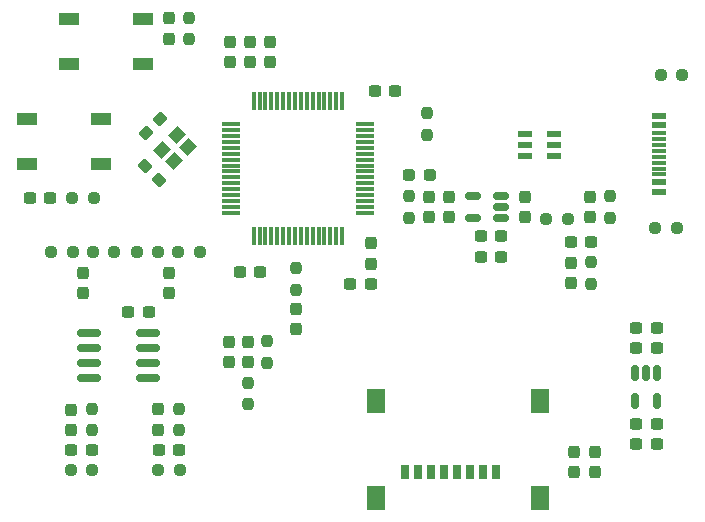
<source format=gbr>
%TF.GenerationSoftware,KiCad,Pcbnew,(7.0.0)*%
%TF.CreationDate,2023-05-08T13:38:34+02:00*%
%TF.ProjectId,Apollo - DSP,41706f6c-6c6f-4202-9d20-4453502e6b69,rev?*%
%TF.SameCoordinates,Original*%
%TF.FileFunction,Paste,Top*%
%TF.FilePolarity,Positive*%
%FSLAX46Y46*%
G04 Gerber Fmt 4.6, Leading zero omitted, Abs format (unit mm)*
G04 Created by KiCad (PCBNEW (7.0.0)) date 2023-05-08 13:38:34*
%MOMM*%
%LPD*%
G01*
G04 APERTURE LIST*
G04 Aperture macros list*
%AMRoundRect*
0 Rectangle with rounded corners*
0 $1 Rounding radius*
0 $2 $3 $4 $5 $6 $7 $8 $9 X,Y pos of 4 corners*
0 Add a 4 corners polygon primitive as box body*
4,1,4,$2,$3,$4,$5,$6,$7,$8,$9,$2,$3,0*
0 Add four circle primitives for the rounded corners*
1,1,$1+$1,$2,$3*
1,1,$1+$1,$4,$5*
1,1,$1+$1,$6,$7*
1,1,$1+$1,$8,$9*
0 Add four rect primitives between the rounded corners*
20,1,$1+$1,$2,$3,$4,$5,0*
20,1,$1+$1,$4,$5,$6,$7,0*
20,1,$1+$1,$6,$7,$8,$9,0*
20,1,$1+$1,$8,$9,$2,$3,0*%
%AMRotRect*
0 Rectangle, with rotation*
0 The origin of the aperture is its center*
0 $1 length*
0 $2 width*
0 $3 Rotation angle, in degrees counterclockwise*
0 Add horizontal line*
21,1,$1,$2,0,0,$3*%
G04 Aperture macros list end*
%ADD10RoundRect,0.237500X0.237500X-0.300000X0.237500X0.300000X-0.237500X0.300000X-0.237500X-0.300000X0*%
%ADD11RoundRect,0.150000X0.512500X0.150000X-0.512500X0.150000X-0.512500X-0.150000X0.512500X-0.150000X0*%
%ADD12RoundRect,0.150000X-0.150000X0.512500X-0.150000X-0.512500X0.150000X-0.512500X0.150000X0.512500X0*%
%ADD13RoundRect,0.237500X0.380070X-0.044194X-0.044194X0.380070X-0.380070X0.044194X0.044194X-0.380070X0*%
%ADD14RoundRect,0.237500X-0.237500X0.250000X-0.237500X-0.250000X0.237500X-0.250000X0.237500X0.250000X0*%
%ADD15RoundRect,0.237500X0.300000X0.237500X-0.300000X0.237500X-0.300000X-0.237500X0.300000X-0.237500X0*%
%ADD16RoundRect,0.237500X-0.250000X-0.237500X0.250000X-0.237500X0.250000X0.237500X-0.250000X0.237500X0*%
%ADD17R,0.800000X1.200000*%
%ADD18R,1.500000X2.000000*%
%ADD19RoundRect,0.237500X0.250000X0.237500X-0.250000X0.237500X-0.250000X-0.237500X0.250000X-0.237500X0*%
%ADD20RoundRect,0.075000X-0.700000X-0.075000X0.700000X-0.075000X0.700000X0.075000X-0.700000X0.075000X0*%
%ADD21RoundRect,0.075000X-0.075000X-0.700000X0.075000X-0.700000X0.075000X0.700000X-0.075000X0.700000X0*%
%ADD22R,1.700000X1.000000*%
%ADD23RoundRect,0.237500X0.044194X0.380070X-0.380070X-0.044194X-0.044194X-0.380070X0.380070X0.044194X0*%
%ADD24RoundRect,0.237500X-0.237500X0.300000X-0.237500X-0.300000X0.237500X-0.300000X0.237500X0.300000X0*%
%ADD25R,1.160000X0.600000*%
%ADD26R,1.160000X0.300000*%
%ADD27RoundRect,0.237500X0.237500X-0.250000X0.237500X0.250000X-0.237500X0.250000X-0.237500X-0.250000X0*%
%ADD28RoundRect,0.041300X0.563700X0.253700X-0.563700X0.253700X-0.563700X-0.253700X0.563700X-0.253700X0*%
%ADD29RotRect,1.150000X1.000000X225.000000*%
%ADD30RoundRect,0.150000X-0.825000X-0.150000X0.825000X-0.150000X0.825000X0.150000X-0.825000X0.150000X0*%
%ADD31RoundRect,0.237500X-0.300000X-0.237500X0.300000X-0.237500X0.300000X0.237500X-0.300000X0.237500X0*%
%ADD32RoundRect,0.237500X0.287500X0.237500X-0.287500X0.237500X-0.287500X-0.237500X0.287500X-0.237500X0*%
%ADD33RoundRect,0.237500X0.237500X-0.287500X0.237500X0.287500X-0.237500X0.287500X-0.237500X-0.287500X0*%
G04 APERTURE END LIST*
D10*
%TO.C,C2*%
X134500000Y-82050000D03*
X134500000Y-80325000D03*
%TD*%
D11*
%TO.C,U1*%
X132525000Y-82150000D03*
X132525000Y-81200000D03*
X132525000Y-80250000D03*
X130125000Y-80250000D03*
X130125000Y-82150000D03*
%TD*%
D10*
%TO.C,C9*%
X138431250Y-87662500D03*
X138431250Y-85937500D03*
%TD*%
%TO.C,C1*%
X140000000Y-82062500D03*
X140000000Y-80337500D03*
%TD*%
%TO.C,C26*%
X103470000Y-100067500D03*
X103470000Y-98342500D03*
%TD*%
D12*
%TO.C,U3*%
X145700000Y-95243750D03*
X144750000Y-95243750D03*
X143800000Y-95243750D03*
X143800000Y-97643750D03*
X145700000Y-97643750D03*
%TD*%
D13*
%TO.C,C21*%
X103533624Y-78946187D03*
X102313864Y-77726427D03*
%TD*%
D10*
%TO.C,C22*%
X138700000Y-103662500D03*
X138700000Y-101937500D03*
%TD*%
D14*
%TO.C,F1*%
X141750000Y-80287500D03*
X141750000Y-82112500D03*
%TD*%
D15*
%TO.C,C28*%
X97832500Y-101817500D03*
X96107500Y-101817500D03*
%TD*%
D10*
%TO.C,C23*%
X109500000Y-94350000D03*
X109500000Y-92625000D03*
%TD*%
D16*
%TO.C,R11*%
X96057500Y-103517500D03*
X97882500Y-103517500D03*
%TD*%
D17*
%TO.C,J3*%
X132074999Y-103624999D03*
X130974999Y-103624999D03*
X129874999Y-103624999D03*
X128774999Y-103624999D03*
X127674999Y-103624999D03*
X126574999Y-103624999D03*
X125474999Y-103624999D03*
X124374999Y-103624999D03*
D18*
X121904999Y-105824999D03*
X121904999Y-97624999D03*
X135794999Y-97624999D03*
X135794999Y-105824999D03*
%TD*%
D19*
%TO.C,FB1*%
X138162500Y-82200000D03*
X136337500Y-82200000D03*
%TD*%
D16*
%TO.C,D3*%
X101657500Y-85017500D03*
X103482500Y-85017500D03*
%TD*%
D14*
%TO.C,R1*%
X124700000Y-80287500D03*
X124700000Y-82112500D03*
%TD*%
D15*
%TO.C,C3*%
X132500000Y-83700000D03*
X130775000Y-83700000D03*
%TD*%
D20*
%TO.C,U4*%
X109625000Y-74200000D03*
X109625000Y-74700000D03*
X109625000Y-75200000D03*
X109625000Y-75700000D03*
X109625000Y-76200000D03*
X109625000Y-76700000D03*
X109625000Y-77200000D03*
X109625000Y-77700000D03*
X109625000Y-78200000D03*
X109625000Y-78700000D03*
X109625000Y-79200000D03*
X109625000Y-79700000D03*
X109625000Y-80200000D03*
X109625000Y-80700000D03*
X109625000Y-81200000D03*
X109625000Y-81700000D03*
D21*
X111550000Y-83625000D03*
X112050000Y-83625000D03*
X112550000Y-83625000D03*
X113050000Y-83625000D03*
X113550000Y-83625000D03*
X114050000Y-83625000D03*
X114550000Y-83625000D03*
X115050000Y-83625000D03*
X115550000Y-83625000D03*
X116050000Y-83625000D03*
X116550000Y-83625000D03*
X117050000Y-83625000D03*
X117550000Y-83625000D03*
X118050000Y-83625000D03*
X118550000Y-83625000D03*
X119050000Y-83625000D03*
D20*
X120975000Y-81700000D03*
X120975000Y-81200000D03*
X120975000Y-80700000D03*
X120975000Y-80200000D03*
X120975000Y-79700000D03*
X120975000Y-79200000D03*
X120975000Y-78700000D03*
X120975000Y-78200000D03*
X120975000Y-77700000D03*
X120975000Y-77200000D03*
X120975000Y-76700000D03*
X120975000Y-76200000D03*
X120975000Y-75700000D03*
X120975000Y-75200000D03*
X120975000Y-74700000D03*
X120975000Y-74200000D03*
D21*
X119050000Y-72275000D03*
X118550000Y-72275000D03*
X118050000Y-72275000D03*
X117550000Y-72275000D03*
X117050000Y-72275000D03*
X116550000Y-72275000D03*
X116050000Y-72275000D03*
X115550000Y-72275000D03*
X115050000Y-72275000D03*
X114550000Y-72275000D03*
X114050000Y-72275000D03*
X113550000Y-72275000D03*
X113050000Y-72275000D03*
X112550000Y-72275000D03*
X112050000Y-72275000D03*
X111550000Y-72275000D03*
%TD*%
D19*
%TO.C,R8*%
X98000000Y-80450000D03*
X96175000Y-80450000D03*
%TD*%
D22*
%TO.C,BOOT1*%
X95899999Y-65299999D03*
X102199999Y-65299999D03*
X95899999Y-69099999D03*
X102199999Y-69099999D03*
%TD*%
D15*
%TO.C,C12*%
X145675000Y-99581250D03*
X143950000Y-99581250D03*
%TD*%
%TO.C,C33*%
X105232500Y-101805000D03*
X103507500Y-101805000D03*
%TD*%
D10*
%TO.C,C7*%
X111100000Y-94350000D03*
X111100000Y-92625000D03*
%TD*%
D23*
%TO.C,C20*%
X103633624Y-73726427D03*
X102413864Y-74946187D03*
%TD*%
D24*
%TO.C,C14*%
X121500000Y-84287500D03*
X121500000Y-86012500D03*
%TD*%
D25*
%TO.C,J1*%
X145864999Y-79899999D03*
X145864999Y-79099999D03*
D26*
X145864999Y-77949999D03*
X145864999Y-76949999D03*
X145864999Y-76449999D03*
X145864999Y-75449999D03*
D25*
X145864999Y-74299999D03*
X145864999Y-73499999D03*
X145864999Y-73499999D03*
X145864999Y-74299999D03*
D26*
X145864999Y-74949999D03*
X145864999Y-75949999D03*
X145864999Y-77449999D03*
X145864999Y-78449999D03*
D25*
X145864999Y-79099999D03*
X145864999Y-79899999D03*
%TD*%
D22*
%TO.C,RESET1*%
X92349999Y-73799999D03*
X98649999Y-73799999D03*
X92349999Y-77599999D03*
X98649999Y-77599999D03*
%TD*%
D10*
%TO.C,C17*%
X109550000Y-68950000D03*
X109550000Y-67225000D03*
%TD*%
%TO.C,C19*%
X111250000Y-68950000D03*
X111250000Y-67225000D03*
%TD*%
D15*
%TO.C,C10*%
X145675000Y-93118750D03*
X143950000Y-93118750D03*
%TD*%
D27*
%TO.C,R5*%
X112700000Y-94400000D03*
X112700000Y-92575000D03*
%TD*%
D14*
%TO.C,R7*%
X115100000Y-86387500D03*
X115100000Y-88212500D03*
%TD*%
D15*
%TO.C,C11*%
X145675000Y-91418750D03*
X143950000Y-91418750D03*
%TD*%
D10*
%TO.C,C27*%
X96070000Y-100080000D03*
X96070000Y-98355000D03*
%TD*%
%TO.C,C30*%
X140450000Y-103662500D03*
X140450000Y-101937500D03*
%TD*%
D14*
%TO.C,R13*%
X126250000Y-73287500D03*
X126250000Y-75112500D03*
%TD*%
D16*
%TO.C,D6*%
X97922500Y-85017500D03*
X99747500Y-85017500D03*
%TD*%
D15*
%TO.C,C13*%
X145675000Y-101281250D03*
X143950000Y-101281250D03*
%TD*%
D10*
%TO.C,C29*%
X97122500Y-88480000D03*
X97122500Y-86755000D03*
%TD*%
D24*
%TO.C,C38*%
X104350000Y-65237500D03*
X104350000Y-66962500D03*
%TD*%
D15*
%TO.C,C4*%
X132500000Y-85400000D03*
X130775000Y-85400000D03*
%TD*%
D28*
%TO.C,U2*%
X137005000Y-76900000D03*
X137005000Y-75950000D03*
X137005000Y-75000000D03*
X134495000Y-75000000D03*
X134495000Y-75950000D03*
X134495000Y-76900000D03*
%TD*%
D14*
%TO.C,R10*%
X97870000Y-98305000D03*
X97870000Y-100130000D03*
%TD*%
D16*
%TO.C,R12*%
X103457500Y-103505000D03*
X105282500Y-103505000D03*
%TD*%
D29*
%TO.C,Y1*%
X105047487Y-75122613D03*
X103810050Y-76360050D03*
X104799999Y-77349999D03*
X106037436Y-76112562D03*
%TD*%
D15*
%TO.C,C15*%
X112100000Y-86750000D03*
X110375000Y-86750000D03*
%TD*%
D19*
%TO.C,R3*%
X147862500Y-70000000D03*
X146037500Y-70000000D03*
%TD*%
%TO.C,R2*%
X147387500Y-83000000D03*
X145562500Y-83000000D03*
%TD*%
D30*
%TO.C,U5*%
X97625000Y-91845000D03*
X97625000Y-93115000D03*
X97625000Y-94385000D03*
X97625000Y-95655000D03*
X102575000Y-95655000D03*
X102575000Y-94385000D03*
X102575000Y-93115000D03*
X102575000Y-91845000D03*
%TD*%
D10*
%TO.C,C32*%
X104370000Y-88480000D03*
X104370000Y-86755000D03*
%TD*%
D14*
%TO.C,FB2*%
X140131250Y-85875000D03*
X140131250Y-87700000D03*
%TD*%
D16*
%TO.C,D4*%
X94422500Y-85017500D03*
X96247500Y-85017500D03*
%TD*%
D14*
%TO.C,R4*%
X111100000Y-96075000D03*
X111100000Y-97900000D03*
%TD*%
D31*
%TO.C,C36*%
X119737500Y-87750000D03*
X121462500Y-87750000D03*
%TD*%
D14*
%TO.C,R9*%
X105270000Y-98305000D03*
X105270000Y-100130000D03*
%TD*%
D10*
%TO.C,C5*%
X128100000Y-82062500D03*
X128100000Y-80337500D03*
%TD*%
%TO.C,C18*%
X112950000Y-68950000D03*
X112950000Y-67225000D03*
%TD*%
D32*
%TO.C,D1*%
X126450000Y-78487500D03*
X124700000Y-78487500D03*
%TD*%
D15*
%TO.C,C8*%
X140106250Y-84187500D03*
X138381250Y-84187500D03*
%TD*%
D16*
%TO.C,D5*%
X105157500Y-85017500D03*
X106982500Y-85017500D03*
%TD*%
D14*
%TO.C,R13*%
X106100000Y-65187500D03*
X106100000Y-67012500D03*
%TD*%
D33*
%TO.C,D2*%
X115100000Y-91575000D03*
X115100000Y-89825000D03*
%TD*%
D15*
%TO.C,C37*%
X94337500Y-80450000D03*
X92612500Y-80450000D03*
%TD*%
D31*
%TO.C,C16*%
X121837500Y-71350000D03*
X123562500Y-71350000D03*
%TD*%
D10*
%TO.C,C6*%
X126400000Y-82062500D03*
X126400000Y-80337500D03*
%TD*%
D31*
%TO.C,C24*%
X100937500Y-90100000D03*
X102662500Y-90100000D03*
%TD*%
M02*

</source>
